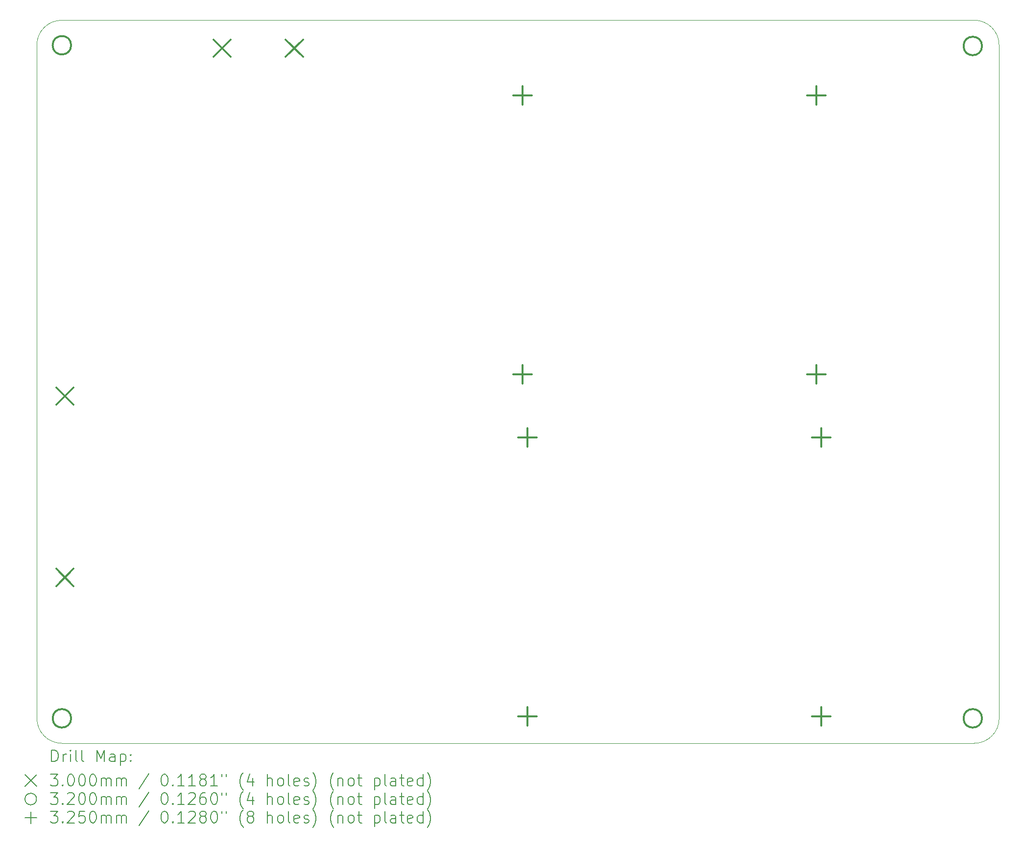
<source format=gbr>
%TF.GenerationSoftware,KiCad,Pcbnew,8.0.6*%
%TF.CreationDate,2025-02-10T15:47:37-08:00*%
%TF.ProjectId,Urban MC,55726261-6e20-44d4-932e-6b696361645f,rev?*%
%TF.SameCoordinates,Original*%
%TF.FileFunction,Drillmap*%
%TF.FilePolarity,Positive*%
%FSLAX45Y45*%
G04 Gerber Fmt 4.5, Leading zero omitted, Abs format (unit mm)*
G04 Created by KiCad (PCBNEW 8.0.6) date 2025-02-10 15:47:37*
%MOMM*%
%LPD*%
G01*
G04 APERTURE LIST*
%ADD10C,0.100000*%
%ADD11C,0.200000*%
%ADD12C,0.299999*%
%ADD13C,0.320000*%
%ADD14C,0.325000*%
G04 APERTURE END LIST*
D10*
X25908000Y-14935200D02*
X25906339Y-3287235D01*
X25474539Y-2855435D02*
G75*
G02*
X25906345Y-3287235I1J-431805D01*
G01*
X9269679Y-3288252D02*
X9271000Y-14935200D01*
X9702800Y-15367000D02*
G75*
G02*
X9271000Y-14935200I0J431800D01*
G01*
X25474539Y-2855435D02*
X9701479Y-2856452D01*
X9702800Y-15367000D02*
X25476200Y-15367000D01*
X9269679Y-3288252D02*
G75*
G02*
X9701479Y-2856449I431801J2D01*
G01*
X25908000Y-14935200D02*
G75*
G02*
X25476200Y-15367000I-431800J0D01*
G01*
D11*
D12*
X9603600Y-9209900D02*
X9903600Y-9509900D01*
X9903600Y-9209900D02*
X9603600Y-9509900D01*
X9603600Y-12346800D02*
X9903600Y-12646800D01*
X9903600Y-12346800D02*
X9603600Y-12646800D01*
X12321643Y-3190579D02*
X12621642Y-3490579D01*
X12621642Y-3190579D02*
X12321643Y-3490579D01*
X13570951Y-3191924D02*
X13870950Y-3491924D01*
X13870950Y-3191924D02*
X13570951Y-3491924D01*
D13*
X9862800Y-3289300D02*
G75*
G02*
X9542800Y-3289300I-160000J0D01*
G01*
X9542800Y-3289300D02*
G75*
G02*
X9862800Y-3289300I160000J0D01*
G01*
X9862800Y-14935200D02*
G75*
G02*
X9542800Y-14935200I-160000J0D01*
G01*
X9542800Y-14935200D02*
G75*
G02*
X9862800Y-14935200I160000J0D01*
G01*
X25610800Y-3302000D02*
G75*
G02*
X25290800Y-3302000I-160000J0D01*
G01*
X25290800Y-3302000D02*
G75*
G02*
X25610800Y-3302000I160000J0D01*
G01*
X25610800Y-14935200D02*
G75*
G02*
X25290800Y-14935200I-160000J0D01*
G01*
X25290800Y-14935200D02*
G75*
G02*
X25610800Y-14935200I160000J0D01*
G01*
D14*
X17668700Y-3994900D02*
X17668700Y-4319900D01*
X17506200Y-4157400D02*
X17831200Y-4157400D01*
X17668700Y-8820900D02*
X17668700Y-9145900D01*
X17506200Y-8983400D02*
X17831200Y-8983400D01*
X17750600Y-9911225D02*
X17750600Y-10236225D01*
X17588100Y-10073725D02*
X17913100Y-10073725D01*
X17750600Y-14737225D02*
X17750600Y-15062225D01*
X17588100Y-14899725D02*
X17913100Y-14899725D01*
X22748700Y-3994900D02*
X22748700Y-4319900D01*
X22586200Y-4157400D02*
X22911200Y-4157400D01*
X22748700Y-8820900D02*
X22748700Y-9145900D01*
X22586200Y-8983400D02*
X22911200Y-8983400D01*
X22830600Y-9911225D02*
X22830600Y-10236225D01*
X22668100Y-10073725D02*
X22993100Y-10073725D01*
X22830600Y-14737225D02*
X22830600Y-15062225D01*
X22668100Y-14899725D02*
X22993100Y-14899725D01*
D11*
X9525456Y-15683484D02*
X9525456Y-15483484D01*
X9525456Y-15483484D02*
X9573075Y-15483484D01*
X9573075Y-15483484D02*
X9601647Y-15493008D01*
X9601647Y-15493008D02*
X9620694Y-15512055D01*
X9620694Y-15512055D02*
X9630218Y-15531103D01*
X9630218Y-15531103D02*
X9639742Y-15569198D01*
X9639742Y-15569198D02*
X9639742Y-15597769D01*
X9639742Y-15597769D02*
X9630218Y-15635865D01*
X9630218Y-15635865D02*
X9620694Y-15654912D01*
X9620694Y-15654912D02*
X9601647Y-15673960D01*
X9601647Y-15673960D02*
X9573075Y-15683484D01*
X9573075Y-15683484D02*
X9525456Y-15683484D01*
X9725456Y-15683484D02*
X9725456Y-15550150D01*
X9725456Y-15588246D02*
X9734980Y-15569198D01*
X9734980Y-15569198D02*
X9744504Y-15559674D01*
X9744504Y-15559674D02*
X9763551Y-15550150D01*
X9763551Y-15550150D02*
X9782599Y-15550150D01*
X9849266Y-15683484D02*
X9849266Y-15550150D01*
X9849266Y-15483484D02*
X9839742Y-15493008D01*
X9839742Y-15493008D02*
X9849266Y-15502531D01*
X9849266Y-15502531D02*
X9858789Y-15493008D01*
X9858789Y-15493008D02*
X9849266Y-15483484D01*
X9849266Y-15483484D02*
X9849266Y-15502531D01*
X9973075Y-15683484D02*
X9954027Y-15673960D01*
X9954027Y-15673960D02*
X9944504Y-15654912D01*
X9944504Y-15654912D02*
X9944504Y-15483484D01*
X10077837Y-15683484D02*
X10058789Y-15673960D01*
X10058789Y-15673960D02*
X10049266Y-15654912D01*
X10049266Y-15654912D02*
X10049266Y-15483484D01*
X10306408Y-15683484D02*
X10306408Y-15483484D01*
X10306408Y-15483484D02*
X10373075Y-15626341D01*
X10373075Y-15626341D02*
X10439742Y-15483484D01*
X10439742Y-15483484D02*
X10439742Y-15683484D01*
X10620694Y-15683484D02*
X10620694Y-15578722D01*
X10620694Y-15578722D02*
X10611170Y-15559674D01*
X10611170Y-15559674D02*
X10592123Y-15550150D01*
X10592123Y-15550150D02*
X10554027Y-15550150D01*
X10554027Y-15550150D02*
X10534980Y-15559674D01*
X10620694Y-15673960D02*
X10601647Y-15683484D01*
X10601647Y-15683484D02*
X10554027Y-15683484D01*
X10554027Y-15683484D02*
X10534980Y-15673960D01*
X10534980Y-15673960D02*
X10525456Y-15654912D01*
X10525456Y-15654912D02*
X10525456Y-15635865D01*
X10525456Y-15635865D02*
X10534980Y-15616817D01*
X10534980Y-15616817D02*
X10554027Y-15607293D01*
X10554027Y-15607293D02*
X10601647Y-15607293D01*
X10601647Y-15607293D02*
X10620694Y-15597769D01*
X10715932Y-15550150D02*
X10715932Y-15750150D01*
X10715932Y-15559674D02*
X10734980Y-15550150D01*
X10734980Y-15550150D02*
X10773075Y-15550150D01*
X10773075Y-15550150D02*
X10792123Y-15559674D01*
X10792123Y-15559674D02*
X10801647Y-15569198D01*
X10801647Y-15569198D02*
X10811170Y-15588246D01*
X10811170Y-15588246D02*
X10811170Y-15645388D01*
X10811170Y-15645388D02*
X10801647Y-15664436D01*
X10801647Y-15664436D02*
X10792123Y-15673960D01*
X10792123Y-15673960D02*
X10773075Y-15683484D01*
X10773075Y-15683484D02*
X10734980Y-15683484D01*
X10734980Y-15683484D02*
X10715932Y-15673960D01*
X10896885Y-15664436D02*
X10906408Y-15673960D01*
X10906408Y-15673960D02*
X10896885Y-15683484D01*
X10896885Y-15683484D02*
X10887361Y-15673960D01*
X10887361Y-15673960D02*
X10896885Y-15664436D01*
X10896885Y-15664436D02*
X10896885Y-15683484D01*
X10896885Y-15559674D02*
X10906408Y-15569198D01*
X10906408Y-15569198D02*
X10896885Y-15578722D01*
X10896885Y-15578722D02*
X10887361Y-15569198D01*
X10887361Y-15569198D02*
X10896885Y-15559674D01*
X10896885Y-15559674D02*
X10896885Y-15578722D01*
X9064679Y-15912000D02*
X9264679Y-16112000D01*
X9264679Y-15912000D02*
X9064679Y-16112000D01*
X9506408Y-15903484D02*
X9630218Y-15903484D01*
X9630218Y-15903484D02*
X9563551Y-15979674D01*
X9563551Y-15979674D02*
X9592123Y-15979674D01*
X9592123Y-15979674D02*
X9611170Y-15989198D01*
X9611170Y-15989198D02*
X9620694Y-15998722D01*
X9620694Y-15998722D02*
X9630218Y-16017769D01*
X9630218Y-16017769D02*
X9630218Y-16065388D01*
X9630218Y-16065388D02*
X9620694Y-16084436D01*
X9620694Y-16084436D02*
X9611170Y-16093960D01*
X9611170Y-16093960D02*
X9592123Y-16103484D01*
X9592123Y-16103484D02*
X9534980Y-16103484D01*
X9534980Y-16103484D02*
X9515932Y-16093960D01*
X9515932Y-16093960D02*
X9506408Y-16084436D01*
X9715932Y-16084436D02*
X9725456Y-16093960D01*
X9725456Y-16093960D02*
X9715932Y-16103484D01*
X9715932Y-16103484D02*
X9706408Y-16093960D01*
X9706408Y-16093960D02*
X9715932Y-16084436D01*
X9715932Y-16084436D02*
X9715932Y-16103484D01*
X9849266Y-15903484D02*
X9868313Y-15903484D01*
X9868313Y-15903484D02*
X9887361Y-15913008D01*
X9887361Y-15913008D02*
X9896885Y-15922531D01*
X9896885Y-15922531D02*
X9906408Y-15941579D01*
X9906408Y-15941579D02*
X9915932Y-15979674D01*
X9915932Y-15979674D02*
X9915932Y-16027293D01*
X9915932Y-16027293D02*
X9906408Y-16065388D01*
X9906408Y-16065388D02*
X9896885Y-16084436D01*
X9896885Y-16084436D02*
X9887361Y-16093960D01*
X9887361Y-16093960D02*
X9868313Y-16103484D01*
X9868313Y-16103484D02*
X9849266Y-16103484D01*
X9849266Y-16103484D02*
X9830218Y-16093960D01*
X9830218Y-16093960D02*
X9820694Y-16084436D01*
X9820694Y-16084436D02*
X9811170Y-16065388D01*
X9811170Y-16065388D02*
X9801647Y-16027293D01*
X9801647Y-16027293D02*
X9801647Y-15979674D01*
X9801647Y-15979674D02*
X9811170Y-15941579D01*
X9811170Y-15941579D02*
X9820694Y-15922531D01*
X9820694Y-15922531D02*
X9830218Y-15913008D01*
X9830218Y-15913008D02*
X9849266Y-15903484D01*
X10039742Y-15903484D02*
X10058789Y-15903484D01*
X10058789Y-15903484D02*
X10077837Y-15913008D01*
X10077837Y-15913008D02*
X10087361Y-15922531D01*
X10087361Y-15922531D02*
X10096885Y-15941579D01*
X10096885Y-15941579D02*
X10106408Y-15979674D01*
X10106408Y-15979674D02*
X10106408Y-16027293D01*
X10106408Y-16027293D02*
X10096885Y-16065388D01*
X10096885Y-16065388D02*
X10087361Y-16084436D01*
X10087361Y-16084436D02*
X10077837Y-16093960D01*
X10077837Y-16093960D02*
X10058789Y-16103484D01*
X10058789Y-16103484D02*
X10039742Y-16103484D01*
X10039742Y-16103484D02*
X10020694Y-16093960D01*
X10020694Y-16093960D02*
X10011170Y-16084436D01*
X10011170Y-16084436D02*
X10001647Y-16065388D01*
X10001647Y-16065388D02*
X9992123Y-16027293D01*
X9992123Y-16027293D02*
X9992123Y-15979674D01*
X9992123Y-15979674D02*
X10001647Y-15941579D01*
X10001647Y-15941579D02*
X10011170Y-15922531D01*
X10011170Y-15922531D02*
X10020694Y-15913008D01*
X10020694Y-15913008D02*
X10039742Y-15903484D01*
X10230218Y-15903484D02*
X10249266Y-15903484D01*
X10249266Y-15903484D02*
X10268313Y-15913008D01*
X10268313Y-15913008D02*
X10277837Y-15922531D01*
X10277837Y-15922531D02*
X10287361Y-15941579D01*
X10287361Y-15941579D02*
X10296885Y-15979674D01*
X10296885Y-15979674D02*
X10296885Y-16027293D01*
X10296885Y-16027293D02*
X10287361Y-16065388D01*
X10287361Y-16065388D02*
X10277837Y-16084436D01*
X10277837Y-16084436D02*
X10268313Y-16093960D01*
X10268313Y-16093960D02*
X10249266Y-16103484D01*
X10249266Y-16103484D02*
X10230218Y-16103484D01*
X10230218Y-16103484D02*
X10211170Y-16093960D01*
X10211170Y-16093960D02*
X10201647Y-16084436D01*
X10201647Y-16084436D02*
X10192123Y-16065388D01*
X10192123Y-16065388D02*
X10182599Y-16027293D01*
X10182599Y-16027293D02*
X10182599Y-15979674D01*
X10182599Y-15979674D02*
X10192123Y-15941579D01*
X10192123Y-15941579D02*
X10201647Y-15922531D01*
X10201647Y-15922531D02*
X10211170Y-15913008D01*
X10211170Y-15913008D02*
X10230218Y-15903484D01*
X10382599Y-16103484D02*
X10382599Y-15970150D01*
X10382599Y-15989198D02*
X10392123Y-15979674D01*
X10392123Y-15979674D02*
X10411170Y-15970150D01*
X10411170Y-15970150D02*
X10439742Y-15970150D01*
X10439742Y-15970150D02*
X10458789Y-15979674D01*
X10458789Y-15979674D02*
X10468313Y-15998722D01*
X10468313Y-15998722D02*
X10468313Y-16103484D01*
X10468313Y-15998722D02*
X10477837Y-15979674D01*
X10477837Y-15979674D02*
X10496885Y-15970150D01*
X10496885Y-15970150D02*
X10525456Y-15970150D01*
X10525456Y-15970150D02*
X10544504Y-15979674D01*
X10544504Y-15979674D02*
X10554028Y-15998722D01*
X10554028Y-15998722D02*
X10554028Y-16103484D01*
X10649266Y-16103484D02*
X10649266Y-15970150D01*
X10649266Y-15989198D02*
X10658789Y-15979674D01*
X10658789Y-15979674D02*
X10677837Y-15970150D01*
X10677837Y-15970150D02*
X10706409Y-15970150D01*
X10706409Y-15970150D02*
X10725456Y-15979674D01*
X10725456Y-15979674D02*
X10734980Y-15998722D01*
X10734980Y-15998722D02*
X10734980Y-16103484D01*
X10734980Y-15998722D02*
X10744504Y-15979674D01*
X10744504Y-15979674D02*
X10763551Y-15970150D01*
X10763551Y-15970150D02*
X10792123Y-15970150D01*
X10792123Y-15970150D02*
X10811170Y-15979674D01*
X10811170Y-15979674D02*
X10820694Y-15998722D01*
X10820694Y-15998722D02*
X10820694Y-16103484D01*
X11211170Y-15893960D02*
X11039742Y-16151103D01*
X11468313Y-15903484D02*
X11487361Y-15903484D01*
X11487361Y-15903484D02*
X11506409Y-15913008D01*
X11506409Y-15913008D02*
X11515932Y-15922531D01*
X11515932Y-15922531D02*
X11525456Y-15941579D01*
X11525456Y-15941579D02*
X11534980Y-15979674D01*
X11534980Y-15979674D02*
X11534980Y-16027293D01*
X11534980Y-16027293D02*
X11525456Y-16065388D01*
X11525456Y-16065388D02*
X11515932Y-16084436D01*
X11515932Y-16084436D02*
X11506409Y-16093960D01*
X11506409Y-16093960D02*
X11487361Y-16103484D01*
X11487361Y-16103484D02*
X11468313Y-16103484D01*
X11468313Y-16103484D02*
X11449266Y-16093960D01*
X11449266Y-16093960D02*
X11439742Y-16084436D01*
X11439742Y-16084436D02*
X11430218Y-16065388D01*
X11430218Y-16065388D02*
X11420694Y-16027293D01*
X11420694Y-16027293D02*
X11420694Y-15979674D01*
X11420694Y-15979674D02*
X11430218Y-15941579D01*
X11430218Y-15941579D02*
X11439742Y-15922531D01*
X11439742Y-15922531D02*
X11449266Y-15913008D01*
X11449266Y-15913008D02*
X11468313Y-15903484D01*
X11620694Y-16084436D02*
X11630218Y-16093960D01*
X11630218Y-16093960D02*
X11620694Y-16103484D01*
X11620694Y-16103484D02*
X11611170Y-16093960D01*
X11611170Y-16093960D02*
X11620694Y-16084436D01*
X11620694Y-16084436D02*
X11620694Y-16103484D01*
X11820694Y-16103484D02*
X11706409Y-16103484D01*
X11763551Y-16103484D02*
X11763551Y-15903484D01*
X11763551Y-15903484D02*
X11744504Y-15932055D01*
X11744504Y-15932055D02*
X11725456Y-15951103D01*
X11725456Y-15951103D02*
X11706409Y-15960627D01*
X12011170Y-16103484D02*
X11896885Y-16103484D01*
X11954028Y-16103484D02*
X11954028Y-15903484D01*
X11954028Y-15903484D02*
X11934980Y-15932055D01*
X11934980Y-15932055D02*
X11915932Y-15951103D01*
X11915932Y-15951103D02*
X11896885Y-15960627D01*
X12125456Y-15989198D02*
X12106409Y-15979674D01*
X12106409Y-15979674D02*
X12096885Y-15970150D01*
X12096885Y-15970150D02*
X12087361Y-15951103D01*
X12087361Y-15951103D02*
X12087361Y-15941579D01*
X12087361Y-15941579D02*
X12096885Y-15922531D01*
X12096885Y-15922531D02*
X12106409Y-15913008D01*
X12106409Y-15913008D02*
X12125456Y-15903484D01*
X12125456Y-15903484D02*
X12163551Y-15903484D01*
X12163551Y-15903484D02*
X12182599Y-15913008D01*
X12182599Y-15913008D02*
X12192123Y-15922531D01*
X12192123Y-15922531D02*
X12201647Y-15941579D01*
X12201647Y-15941579D02*
X12201647Y-15951103D01*
X12201647Y-15951103D02*
X12192123Y-15970150D01*
X12192123Y-15970150D02*
X12182599Y-15979674D01*
X12182599Y-15979674D02*
X12163551Y-15989198D01*
X12163551Y-15989198D02*
X12125456Y-15989198D01*
X12125456Y-15989198D02*
X12106409Y-15998722D01*
X12106409Y-15998722D02*
X12096885Y-16008246D01*
X12096885Y-16008246D02*
X12087361Y-16027293D01*
X12087361Y-16027293D02*
X12087361Y-16065388D01*
X12087361Y-16065388D02*
X12096885Y-16084436D01*
X12096885Y-16084436D02*
X12106409Y-16093960D01*
X12106409Y-16093960D02*
X12125456Y-16103484D01*
X12125456Y-16103484D02*
X12163551Y-16103484D01*
X12163551Y-16103484D02*
X12182599Y-16093960D01*
X12182599Y-16093960D02*
X12192123Y-16084436D01*
X12192123Y-16084436D02*
X12201647Y-16065388D01*
X12201647Y-16065388D02*
X12201647Y-16027293D01*
X12201647Y-16027293D02*
X12192123Y-16008246D01*
X12192123Y-16008246D02*
X12182599Y-15998722D01*
X12182599Y-15998722D02*
X12163551Y-15989198D01*
X12392123Y-16103484D02*
X12277837Y-16103484D01*
X12334980Y-16103484D02*
X12334980Y-15903484D01*
X12334980Y-15903484D02*
X12315932Y-15932055D01*
X12315932Y-15932055D02*
X12296885Y-15951103D01*
X12296885Y-15951103D02*
X12277837Y-15960627D01*
X12468313Y-15903484D02*
X12468313Y-15941579D01*
X12544504Y-15903484D02*
X12544504Y-15941579D01*
X12839742Y-16179674D02*
X12830218Y-16170150D01*
X12830218Y-16170150D02*
X12811171Y-16141579D01*
X12811171Y-16141579D02*
X12801647Y-16122531D01*
X12801647Y-16122531D02*
X12792123Y-16093960D01*
X12792123Y-16093960D02*
X12782599Y-16046341D01*
X12782599Y-16046341D02*
X12782599Y-16008246D01*
X12782599Y-16008246D02*
X12792123Y-15960627D01*
X12792123Y-15960627D02*
X12801647Y-15932055D01*
X12801647Y-15932055D02*
X12811171Y-15913008D01*
X12811171Y-15913008D02*
X12830218Y-15884436D01*
X12830218Y-15884436D02*
X12839742Y-15874912D01*
X13001647Y-15970150D02*
X13001647Y-16103484D01*
X12954028Y-15893960D02*
X12906409Y-16036817D01*
X12906409Y-16036817D02*
X13030218Y-16036817D01*
X13258790Y-16103484D02*
X13258790Y-15903484D01*
X13344504Y-16103484D02*
X13344504Y-15998722D01*
X13344504Y-15998722D02*
X13334980Y-15979674D01*
X13334980Y-15979674D02*
X13315933Y-15970150D01*
X13315933Y-15970150D02*
X13287361Y-15970150D01*
X13287361Y-15970150D02*
X13268313Y-15979674D01*
X13268313Y-15979674D02*
X13258790Y-15989198D01*
X13468313Y-16103484D02*
X13449266Y-16093960D01*
X13449266Y-16093960D02*
X13439742Y-16084436D01*
X13439742Y-16084436D02*
X13430218Y-16065388D01*
X13430218Y-16065388D02*
X13430218Y-16008246D01*
X13430218Y-16008246D02*
X13439742Y-15989198D01*
X13439742Y-15989198D02*
X13449266Y-15979674D01*
X13449266Y-15979674D02*
X13468313Y-15970150D01*
X13468313Y-15970150D02*
X13496885Y-15970150D01*
X13496885Y-15970150D02*
X13515933Y-15979674D01*
X13515933Y-15979674D02*
X13525456Y-15989198D01*
X13525456Y-15989198D02*
X13534980Y-16008246D01*
X13534980Y-16008246D02*
X13534980Y-16065388D01*
X13534980Y-16065388D02*
X13525456Y-16084436D01*
X13525456Y-16084436D02*
X13515933Y-16093960D01*
X13515933Y-16093960D02*
X13496885Y-16103484D01*
X13496885Y-16103484D02*
X13468313Y-16103484D01*
X13649266Y-16103484D02*
X13630218Y-16093960D01*
X13630218Y-16093960D02*
X13620694Y-16074912D01*
X13620694Y-16074912D02*
X13620694Y-15903484D01*
X13801647Y-16093960D02*
X13782599Y-16103484D01*
X13782599Y-16103484D02*
X13744504Y-16103484D01*
X13744504Y-16103484D02*
X13725456Y-16093960D01*
X13725456Y-16093960D02*
X13715933Y-16074912D01*
X13715933Y-16074912D02*
X13715933Y-15998722D01*
X13715933Y-15998722D02*
X13725456Y-15979674D01*
X13725456Y-15979674D02*
X13744504Y-15970150D01*
X13744504Y-15970150D02*
X13782599Y-15970150D01*
X13782599Y-15970150D02*
X13801647Y-15979674D01*
X13801647Y-15979674D02*
X13811171Y-15998722D01*
X13811171Y-15998722D02*
X13811171Y-16017769D01*
X13811171Y-16017769D02*
X13715933Y-16036817D01*
X13887361Y-16093960D02*
X13906409Y-16103484D01*
X13906409Y-16103484D02*
X13944504Y-16103484D01*
X13944504Y-16103484D02*
X13963552Y-16093960D01*
X13963552Y-16093960D02*
X13973075Y-16074912D01*
X13973075Y-16074912D02*
X13973075Y-16065388D01*
X13973075Y-16065388D02*
X13963552Y-16046341D01*
X13963552Y-16046341D02*
X13944504Y-16036817D01*
X13944504Y-16036817D02*
X13915933Y-16036817D01*
X13915933Y-16036817D02*
X13896885Y-16027293D01*
X13896885Y-16027293D02*
X13887361Y-16008246D01*
X13887361Y-16008246D02*
X13887361Y-15998722D01*
X13887361Y-15998722D02*
X13896885Y-15979674D01*
X13896885Y-15979674D02*
X13915933Y-15970150D01*
X13915933Y-15970150D02*
X13944504Y-15970150D01*
X13944504Y-15970150D02*
X13963552Y-15979674D01*
X14039742Y-16179674D02*
X14049266Y-16170150D01*
X14049266Y-16170150D02*
X14068314Y-16141579D01*
X14068314Y-16141579D02*
X14077837Y-16122531D01*
X14077837Y-16122531D02*
X14087361Y-16093960D01*
X14087361Y-16093960D02*
X14096885Y-16046341D01*
X14096885Y-16046341D02*
X14096885Y-16008246D01*
X14096885Y-16008246D02*
X14087361Y-15960627D01*
X14087361Y-15960627D02*
X14077837Y-15932055D01*
X14077837Y-15932055D02*
X14068314Y-15913008D01*
X14068314Y-15913008D02*
X14049266Y-15884436D01*
X14049266Y-15884436D02*
X14039742Y-15874912D01*
X14401647Y-16179674D02*
X14392123Y-16170150D01*
X14392123Y-16170150D02*
X14373075Y-16141579D01*
X14373075Y-16141579D02*
X14363552Y-16122531D01*
X14363552Y-16122531D02*
X14354028Y-16093960D01*
X14354028Y-16093960D02*
X14344504Y-16046341D01*
X14344504Y-16046341D02*
X14344504Y-16008246D01*
X14344504Y-16008246D02*
X14354028Y-15960627D01*
X14354028Y-15960627D02*
X14363552Y-15932055D01*
X14363552Y-15932055D02*
X14373075Y-15913008D01*
X14373075Y-15913008D02*
X14392123Y-15884436D01*
X14392123Y-15884436D02*
X14401647Y-15874912D01*
X14477837Y-15970150D02*
X14477837Y-16103484D01*
X14477837Y-15989198D02*
X14487361Y-15979674D01*
X14487361Y-15979674D02*
X14506409Y-15970150D01*
X14506409Y-15970150D02*
X14534980Y-15970150D01*
X14534980Y-15970150D02*
X14554028Y-15979674D01*
X14554028Y-15979674D02*
X14563552Y-15998722D01*
X14563552Y-15998722D02*
X14563552Y-16103484D01*
X14687361Y-16103484D02*
X14668314Y-16093960D01*
X14668314Y-16093960D02*
X14658790Y-16084436D01*
X14658790Y-16084436D02*
X14649266Y-16065388D01*
X14649266Y-16065388D02*
X14649266Y-16008246D01*
X14649266Y-16008246D02*
X14658790Y-15989198D01*
X14658790Y-15989198D02*
X14668314Y-15979674D01*
X14668314Y-15979674D02*
X14687361Y-15970150D01*
X14687361Y-15970150D02*
X14715933Y-15970150D01*
X14715933Y-15970150D02*
X14734980Y-15979674D01*
X14734980Y-15979674D02*
X14744504Y-15989198D01*
X14744504Y-15989198D02*
X14754028Y-16008246D01*
X14754028Y-16008246D02*
X14754028Y-16065388D01*
X14754028Y-16065388D02*
X14744504Y-16084436D01*
X14744504Y-16084436D02*
X14734980Y-16093960D01*
X14734980Y-16093960D02*
X14715933Y-16103484D01*
X14715933Y-16103484D02*
X14687361Y-16103484D01*
X14811171Y-15970150D02*
X14887361Y-15970150D01*
X14839742Y-15903484D02*
X14839742Y-16074912D01*
X14839742Y-16074912D02*
X14849266Y-16093960D01*
X14849266Y-16093960D02*
X14868314Y-16103484D01*
X14868314Y-16103484D02*
X14887361Y-16103484D01*
X15106409Y-15970150D02*
X15106409Y-16170150D01*
X15106409Y-15979674D02*
X15125456Y-15970150D01*
X15125456Y-15970150D02*
X15163552Y-15970150D01*
X15163552Y-15970150D02*
X15182599Y-15979674D01*
X15182599Y-15979674D02*
X15192123Y-15989198D01*
X15192123Y-15989198D02*
X15201647Y-16008246D01*
X15201647Y-16008246D02*
X15201647Y-16065388D01*
X15201647Y-16065388D02*
X15192123Y-16084436D01*
X15192123Y-16084436D02*
X15182599Y-16093960D01*
X15182599Y-16093960D02*
X15163552Y-16103484D01*
X15163552Y-16103484D02*
X15125456Y-16103484D01*
X15125456Y-16103484D02*
X15106409Y-16093960D01*
X15315933Y-16103484D02*
X15296885Y-16093960D01*
X15296885Y-16093960D02*
X15287361Y-16074912D01*
X15287361Y-16074912D02*
X15287361Y-15903484D01*
X15477837Y-16103484D02*
X15477837Y-15998722D01*
X15477837Y-15998722D02*
X15468314Y-15979674D01*
X15468314Y-15979674D02*
X15449266Y-15970150D01*
X15449266Y-15970150D02*
X15411171Y-15970150D01*
X15411171Y-15970150D02*
X15392123Y-15979674D01*
X15477837Y-16093960D02*
X15458790Y-16103484D01*
X15458790Y-16103484D02*
X15411171Y-16103484D01*
X15411171Y-16103484D02*
X15392123Y-16093960D01*
X15392123Y-16093960D02*
X15382599Y-16074912D01*
X15382599Y-16074912D02*
X15382599Y-16055865D01*
X15382599Y-16055865D02*
X15392123Y-16036817D01*
X15392123Y-16036817D02*
X15411171Y-16027293D01*
X15411171Y-16027293D02*
X15458790Y-16027293D01*
X15458790Y-16027293D02*
X15477837Y-16017769D01*
X15544504Y-15970150D02*
X15620695Y-15970150D01*
X15573076Y-15903484D02*
X15573076Y-16074912D01*
X15573076Y-16074912D02*
X15582599Y-16093960D01*
X15582599Y-16093960D02*
X15601647Y-16103484D01*
X15601647Y-16103484D02*
X15620695Y-16103484D01*
X15763552Y-16093960D02*
X15744504Y-16103484D01*
X15744504Y-16103484D02*
X15706409Y-16103484D01*
X15706409Y-16103484D02*
X15687361Y-16093960D01*
X15687361Y-16093960D02*
X15677837Y-16074912D01*
X15677837Y-16074912D02*
X15677837Y-15998722D01*
X15677837Y-15998722D02*
X15687361Y-15979674D01*
X15687361Y-15979674D02*
X15706409Y-15970150D01*
X15706409Y-15970150D02*
X15744504Y-15970150D01*
X15744504Y-15970150D02*
X15763552Y-15979674D01*
X15763552Y-15979674D02*
X15773076Y-15998722D01*
X15773076Y-15998722D02*
X15773076Y-16017769D01*
X15773076Y-16017769D02*
X15677837Y-16036817D01*
X15944504Y-16103484D02*
X15944504Y-15903484D01*
X15944504Y-16093960D02*
X15925457Y-16103484D01*
X15925457Y-16103484D02*
X15887361Y-16103484D01*
X15887361Y-16103484D02*
X15868314Y-16093960D01*
X15868314Y-16093960D02*
X15858790Y-16084436D01*
X15858790Y-16084436D02*
X15849266Y-16065388D01*
X15849266Y-16065388D02*
X15849266Y-16008246D01*
X15849266Y-16008246D02*
X15858790Y-15989198D01*
X15858790Y-15989198D02*
X15868314Y-15979674D01*
X15868314Y-15979674D02*
X15887361Y-15970150D01*
X15887361Y-15970150D02*
X15925457Y-15970150D01*
X15925457Y-15970150D02*
X15944504Y-15979674D01*
X16020695Y-16179674D02*
X16030218Y-16170150D01*
X16030218Y-16170150D02*
X16049266Y-16141579D01*
X16049266Y-16141579D02*
X16058790Y-16122531D01*
X16058790Y-16122531D02*
X16068314Y-16093960D01*
X16068314Y-16093960D02*
X16077837Y-16046341D01*
X16077837Y-16046341D02*
X16077837Y-16008246D01*
X16077837Y-16008246D02*
X16068314Y-15960627D01*
X16068314Y-15960627D02*
X16058790Y-15932055D01*
X16058790Y-15932055D02*
X16049266Y-15913008D01*
X16049266Y-15913008D02*
X16030218Y-15884436D01*
X16030218Y-15884436D02*
X16020695Y-15874912D01*
X9264679Y-16332000D02*
G75*
G02*
X9064679Y-16332000I-100000J0D01*
G01*
X9064679Y-16332000D02*
G75*
G02*
X9264679Y-16332000I100000J0D01*
G01*
X9506408Y-16223484D02*
X9630218Y-16223484D01*
X9630218Y-16223484D02*
X9563551Y-16299674D01*
X9563551Y-16299674D02*
X9592123Y-16299674D01*
X9592123Y-16299674D02*
X9611170Y-16309198D01*
X9611170Y-16309198D02*
X9620694Y-16318722D01*
X9620694Y-16318722D02*
X9630218Y-16337769D01*
X9630218Y-16337769D02*
X9630218Y-16385388D01*
X9630218Y-16385388D02*
X9620694Y-16404436D01*
X9620694Y-16404436D02*
X9611170Y-16413960D01*
X9611170Y-16413960D02*
X9592123Y-16423484D01*
X9592123Y-16423484D02*
X9534980Y-16423484D01*
X9534980Y-16423484D02*
X9515932Y-16413960D01*
X9515932Y-16413960D02*
X9506408Y-16404436D01*
X9715932Y-16404436D02*
X9725456Y-16413960D01*
X9725456Y-16413960D02*
X9715932Y-16423484D01*
X9715932Y-16423484D02*
X9706408Y-16413960D01*
X9706408Y-16413960D02*
X9715932Y-16404436D01*
X9715932Y-16404436D02*
X9715932Y-16423484D01*
X9801647Y-16242531D02*
X9811170Y-16233008D01*
X9811170Y-16233008D02*
X9830218Y-16223484D01*
X9830218Y-16223484D02*
X9877837Y-16223484D01*
X9877837Y-16223484D02*
X9896885Y-16233008D01*
X9896885Y-16233008D02*
X9906408Y-16242531D01*
X9906408Y-16242531D02*
X9915932Y-16261579D01*
X9915932Y-16261579D02*
X9915932Y-16280627D01*
X9915932Y-16280627D02*
X9906408Y-16309198D01*
X9906408Y-16309198D02*
X9792123Y-16423484D01*
X9792123Y-16423484D02*
X9915932Y-16423484D01*
X10039742Y-16223484D02*
X10058789Y-16223484D01*
X10058789Y-16223484D02*
X10077837Y-16233008D01*
X10077837Y-16233008D02*
X10087361Y-16242531D01*
X10087361Y-16242531D02*
X10096885Y-16261579D01*
X10096885Y-16261579D02*
X10106408Y-16299674D01*
X10106408Y-16299674D02*
X10106408Y-16347293D01*
X10106408Y-16347293D02*
X10096885Y-16385388D01*
X10096885Y-16385388D02*
X10087361Y-16404436D01*
X10087361Y-16404436D02*
X10077837Y-16413960D01*
X10077837Y-16413960D02*
X10058789Y-16423484D01*
X10058789Y-16423484D02*
X10039742Y-16423484D01*
X10039742Y-16423484D02*
X10020694Y-16413960D01*
X10020694Y-16413960D02*
X10011170Y-16404436D01*
X10011170Y-16404436D02*
X10001647Y-16385388D01*
X10001647Y-16385388D02*
X9992123Y-16347293D01*
X9992123Y-16347293D02*
X9992123Y-16299674D01*
X9992123Y-16299674D02*
X10001647Y-16261579D01*
X10001647Y-16261579D02*
X10011170Y-16242531D01*
X10011170Y-16242531D02*
X10020694Y-16233008D01*
X10020694Y-16233008D02*
X10039742Y-16223484D01*
X10230218Y-16223484D02*
X10249266Y-16223484D01*
X10249266Y-16223484D02*
X10268313Y-16233008D01*
X10268313Y-16233008D02*
X10277837Y-16242531D01*
X10277837Y-16242531D02*
X10287361Y-16261579D01*
X10287361Y-16261579D02*
X10296885Y-16299674D01*
X10296885Y-16299674D02*
X10296885Y-16347293D01*
X10296885Y-16347293D02*
X10287361Y-16385388D01*
X10287361Y-16385388D02*
X10277837Y-16404436D01*
X10277837Y-16404436D02*
X10268313Y-16413960D01*
X10268313Y-16413960D02*
X10249266Y-16423484D01*
X10249266Y-16423484D02*
X10230218Y-16423484D01*
X10230218Y-16423484D02*
X10211170Y-16413960D01*
X10211170Y-16413960D02*
X10201647Y-16404436D01*
X10201647Y-16404436D02*
X10192123Y-16385388D01*
X10192123Y-16385388D02*
X10182599Y-16347293D01*
X10182599Y-16347293D02*
X10182599Y-16299674D01*
X10182599Y-16299674D02*
X10192123Y-16261579D01*
X10192123Y-16261579D02*
X10201647Y-16242531D01*
X10201647Y-16242531D02*
X10211170Y-16233008D01*
X10211170Y-16233008D02*
X10230218Y-16223484D01*
X10382599Y-16423484D02*
X10382599Y-16290150D01*
X10382599Y-16309198D02*
X10392123Y-16299674D01*
X10392123Y-16299674D02*
X10411170Y-16290150D01*
X10411170Y-16290150D02*
X10439742Y-16290150D01*
X10439742Y-16290150D02*
X10458789Y-16299674D01*
X10458789Y-16299674D02*
X10468313Y-16318722D01*
X10468313Y-16318722D02*
X10468313Y-16423484D01*
X10468313Y-16318722D02*
X10477837Y-16299674D01*
X10477837Y-16299674D02*
X10496885Y-16290150D01*
X10496885Y-16290150D02*
X10525456Y-16290150D01*
X10525456Y-16290150D02*
X10544504Y-16299674D01*
X10544504Y-16299674D02*
X10554028Y-16318722D01*
X10554028Y-16318722D02*
X10554028Y-16423484D01*
X10649266Y-16423484D02*
X10649266Y-16290150D01*
X10649266Y-16309198D02*
X10658789Y-16299674D01*
X10658789Y-16299674D02*
X10677837Y-16290150D01*
X10677837Y-16290150D02*
X10706409Y-16290150D01*
X10706409Y-16290150D02*
X10725456Y-16299674D01*
X10725456Y-16299674D02*
X10734980Y-16318722D01*
X10734980Y-16318722D02*
X10734980Y-16423484D01*
X10734980Y-16318722D02*
X10744504Y-16299674D01*
X10744504Y-16299674D02*
X10763551Y-16290150D01*
X10763551Y-16290150D02*
X10792123Y-16290150D01*
X10792123Y-16290150D02*
X10811170Y-16299674D01*
X10811170Y-16299674D02*
X10820694Y-16318722D01*
X10820694Y-16318722D02*
X10820694Y-16423484D01*
X11211170Y-16213960D02*
X11039742Y-16471103D01*
X11468313Y-16223484D02*
X11487361Y-16223484D01*
X11487361Y-16223484D02*
X11506409Y-16233008D01*
X11506409Y-16233008D02*
X11515932Y-16242531D01*
X11515932Y-16242531D02*
X11525456Y-16261579D01*
X11525456Y-16261579D02*
X11534980Y-16299674D01*
X11534980Y-16299674D02*
X11534980Y-16347293D01*
X11534980Y-16347293D02*
X11525456Y-16385388D01*
X11525456Y-16385388D02*
X11515932Y-16404436D01*
X11515932Y-16404436D02*
X11506409Y-16413960D01*
X11506409Y-16413960D02*
X11487361Y-16423484D01*
X11487361Y-16423484D02*
X11468313Y-16423484D01*
X11468313Y-16423484D02*
X11449266Y-16413960D01*
X11449266Y-16413960D02*
X11439742Y-16404436D01*
X11439742Y-16404436D02*
X11430218Y-16385388D01*
X11430218Y-16385388D02*
X11420694Y-16347293D01*
X11420694Y-16347293D02*
X11420694Y-16299674D01*
X11420694Y-16299674D02*
X11430218Y-16261579D01*
X11430218Y-16261579D02*
X11439742Y-16242531D01*
X11439742Y-16242531D02*
X11449266Y-16233008D01*
X11449266Y-16233008D02*
X11468313Y-16223484D01*
X11620694Y-16404436D02*
X11630218Y-16413960D01*
X11630218Y-16413960D02*
X11620694Y-16423484D01*
X11620694Y-16423484D02*
X11611170Y-16413960D01*
X11611170Y-16413960D02*
X11620694Y-16404436D01*
X11620694Y-16404436D02*
X11620694Y-16423484D01*
X11820694Y-16423484D02*
X11706409Y-16423484D01*
X11763551Y-16423484D02*
X11763551Y-16223484D01*
X11763551Y-16223484D02*
X11744504Y-16252055D01*
X11744504Y-16252055D02*
X11725456Y-16271103D01*
X11725456Y-16271103D02*
X11706409Y-16280627D01*
X11896885Y-16242531D02*
X11906409Y-16233008D01*
X11906409Y-16233008D02*
X11925456Y-16223484D01*
X11925456Y-16223484D02*
X11973075Y-16223484D01*
X11973075Y-16223484D02*
X11992123Y-16233008D01*
X11992123Y-16233008D02*
X12001647Y-16242531D01*
X12001647Y-16242531D02*
X12011170Y-16261579D01*
X12011170Y-16261579D02*
X12011170Y-16280627D01*
X12011170Y-16280627D02*
X12001647Y-16309198D01*
X12001647Y-16309198D02*
X11887361Y-16423484D01*
X11887361Y-16423484D02*
X12011170Y-16423484D01*
X12182599Y-16223484D02*
X12144504Y-16223484D01*
X12144504Y-16223484D02*
X12125456Y-16233008D01*
X12125456Y-16233008D02*
X12115932Y-16242531D01*
X12115932Y-16242531D02*
X12096885Y-16271103D01*
X12096885Y-16271103D02*
X12087361Y-16309198D01*
X12087361Y-16309198D02*
X12087361Y-16385388D01*
X12087361Y-16385388D02*
X12096885Y-16404436D01*
X12096885Y-16404436D02*
X12106409Y-16413960D01*
X12106409Y-16413960D02*
X12125456Y-16423484D01*
X12125456Y-16423484D02*
X12163551Y-16423484D01*
X12163551Y-16423484D02*
X12182599Y-16413960D01*
X12182599Y-16413960D02*
X12192123Y-16404436D01*
X12192123Y-16404436D02*
X12201647Y-16385388D01*
X12201647Y-16385388D02*
X12201647Y-16337769D01*
X12201647Y-16337769D02*
X12192123Y-16318722D01*
X12192123Y-16318722D02*
X12182599Y-16309198D01*
X12182599Y-16309198D02*
X12163551Y-16299674D01*
X12163551Y-16299674D02*
X12125456Y-16299674D01*
X12125456Y-16299674D02*
X12106409Y-16309198D01*
X12106409Y-16309198D02*
X12096885Y-16318722D01*
X12096885Y-16318722D02*
X12087361Y-16337769D01*
X12325456Y-16223484D02*
X12344504Y-16223484D01*
X12344504Y-16223484D02*
X12363551Y-16233008D01*
X12363551Y-16233008D02*
X12373075Y-16242531D01*
X12373075Y-16242531D02*
X12382599Y-16261579D01*
X12382599Y-16261579D02*
X12392123Y-16299674D01*
X12392123Y-16299674D02*
X12392123Y-16347293D01*
X12392123Y-16347293D02*
X12382599Y-16385388D01*
X12382599Y-16385388D02*
X12373075Y-16404436D01*
X12373075Y-16404436D02*
X12363551Y-16413960D01*
X12363551Y-16413960D02*
X12344504Y-16423484D01*
X12344504Y-16423484D02*
X12325456Y-16423484D01*
X12325456Y-16423484D02*
X12306409Y-16413960D01*
X12306409Y-16413960D02*
X12296885Y-16404436D01*
X12296885Y-16404436D02*
X12287361Y-16385388D01*
X12287361Y-16385388D02*
X12277837Y-16347293D01*
X12277837Y-16347293D02*
X12277837Y-16299674D01*
X12277837Y-16299674D02*
X12287361Y-16261579D01*
X12287361Y-16261579D02*
X12296885Y-16242531D01*
X12296885Y-16242531D02*
X12306409Y-16233008D01*
X12306409Y-16233008D02*
X12325456Y-16223484D01*
X12468313Y-16223484D02*
X12468313Y-16261579D01*
X12544504Y-16223484D02*
X12544504Y-16261579D01*
X12839742Y-16499674D02*
X12830218Y-16490150D01*
X12830218Y-16490150D02*
X12811171Y-16461579D01*
X12811171Y-16461579D02*
X12801647Y-16442531D01*
X12801647Y-16442531D02*
X12792123Y-16413960D01*
X12792123Y-16413960D02*
X12782599Y-16366341D01*
X12782599Y-16366341D02*
X12782599Y-16328246D01*
X12782599Y-16328246D02*
X12792123Y-16280627D01*
X12792123Y-16280627D02*
X12801647Y-16252055D01*
X12801647Y-16252055D02*
X12811171Y-16233008D01*
X12811171Y-16233008D02*
X12830218Y-16204436D01*
X12830218Y-16204436D02*
X12839742Y-16194912D01*
X13001647Y-16290150D02*
X13001647Y-16423484D01*
X12954028Y-16213960D02*
X12906409Y-16356817D01*
X12906409Y-16356817D02*
X13030218Y-16356817D01*
X13258790Y-16423484D02*
X13258790Y-16223484D01*
X13344504Y-16423484D02*
X13344504Y-16318722D01*
X13344504Y-16318722D02*
X13334980Y-16299674D01*
X13334980Y-16299674D02*
X13315933Y-16290150D01*
X13315933Y-16290150D02*
X13287361Y-16290150D01*
X13287361Y-16290150D02*
X13268313Y-16299674D01*
X13268313Y-16299674D02*
X13258790Y-16309198D01*
X13468313Y-16423484D02*
X13449266Y-16413960D01*
X13449266Y-16413960D02*
X13439742Y-16404436D01*
X13439742Y-16404436D02*
X13430218Y-16385388D01*
X13430218Y-16385388D02*
X13430218Y-16328246D01*
X13430218Y-16328246D02*
X13439742Y-16309198D01*
X13439742Y-16309198D02*
X13449266Y-16299674D01*
X13449266Y-16299674D02*
X13468313Y-16290150D01*
X13468313Y-16290150D02*
X13496885Y-16290150D01*
X13496885Y-16290150D02*
X13515933Y-16299674D01*
X13515933Y-16299674D02*
X13525456Y-16309198D01*
X13525456Y-16309198D02*
X13534980Y-16328246D01*
X13534980Y-16328246D02*
X13534980Y-16385388D01*
X13534980Y-16385388D02*
X13525456Y-16404436D01*
X13525456Y-16404436D02*
X13515933Y-16413960D01*
X13515933Y-16413960D02*
X13496885Y-16423484D01*
X13496885Y-16423484D02*
X13468313Y-16423484D01*
X13649266Y-16423484D02*
X13630218Y-16413960D01*
X13630218Y-16413960D02*
X13620694Y-16394912D01*
X13620694Y-16394912D02*
X13620694Y-16223484D01*
X13801647Y-16413960D02*
X13782599Y-16423484D01*
X13782599Y-16423484D02*
X13744504Y-16423484D01*
X13744504Y-16423484D02*
X13725456Y-16413960D01*
X13725456Y-16413960D02*
X13715933Y-16394912D01*
X13715933Y-16394912D02*
X13715933Y-16318722D01*
X13715933Y-16318722D02*
X13725456Y-16299674D01*
X13725456Y-16299674D02*
X13744504Y-16290150D01*
X13744504Y-16290150D02*
X13782599Y-16290150D01*
X13782599Y-16290150D02*
X13801647Y-16299674D01*
X13801647Y-16299674D02*
X13811171Y-16318722D01*
X13811171Y-16318722D02*
X13811171Y-16337769D01*
X13811171Y-16337769D02*
X13715933Y-16356817D01*
X13887361Y-16413960D02*
X13906409Y-16423484D01*
X13906409Y-16423484D02*
X13944504Y-16423484D01*
X13944504Y-16423484D02*
X13963552Y-16413960D01*
X13963552Y-16413960D02*
X13973075Y-16394912D01*
X13973075Y-16394912D02*
X13973075Y-16385388D01*
X13973075Y-16385388D02*
X13963552Y-16366341D01*
X13963552Y-16366341D02*
X13944504Y-16356817D01*
X13944504Y-16356817D02*
X13915933Y-16356817D01*
X13915933Y-16356817D02*
X13896885Y-16347293D01*
X13896885Y-16347293D02*
X13887361Y-16328246D01*
X13887361Y-16328246D02*
X13887361Y-16318722D01*
X13887361Y-16318722D02*
X13896885Y-16299674D01*
X13896885Y-16299674D02*
X13915933Y-16290150D01*
X13915933Y-16290150D02*
X13944504Y-16290150D01*
X13944504Y-16290150D02*
X13963552Y-16299674D01*
X14039742Y-16499674D02*
X14049266Y-16490150D01*
X14049266Y-16490150D02*
X14068314Y-16461579D01*
X14068314Y-16461579D02*
X14077837Y-16442531D01*
X14077837Y-16442531D02*
X14087361Y-16413960D01*
X14087361Y-16413960D02*
X14096885Y-16366341D01*
X14096885Y-16366341D02*
X14096885Y-16328246D01*
X14096885Y-16328246D02*
X14087361Y-16280627D01*
X14087361Y-16280627D02*
X14077837Y-16252055D01*
X14077837Y-16252055D02*
X14068314Y-16233008D01*
X14068314Y-16233008D02*
X14049266Y-16204436D01*
X14049266Y-16204436D02*
X14039742Y-16194912D01*
X14401647Y-16499674D02*
X14392123Y-16490150D01*
X14392123Y-16490150D02*
X14373075Y-16461579D01*
X14373075Y-16461579D02*
X14363552Y-16442531D01*
X14363552Y-16442531D02*
X14354028Y-16413960D01*
X14354028Y-16413960D02*
X14344504Y-16366341D01*
X14344504Y-16366341D02*
X14344504Y-16328246D01*
X14344504Y-16328246D02*
X14354028Y-16280627D01*
X14354028Y-16280627D02*
X14363552Y-16252055D01*
X14363552Y-16252055D02*
X14373075Y-16233008D01*
X14373075Y-16233008D02*
X14392123Y-16204436D01*
X14392123Y-16204436D02*
X14401647Y-16194912D01*
X14477837Y-16290150D02*
X14477837Y-16423484D01*
X14477837Y-16309198D02*
X14487361Y-16299674D01*
X14487361Y-16299674D02*
X14506409Y-16290150D01*
X14506409Y-16290150D02*
X14534980Y-16290150D01*
X14534980Y-16290150D02*
X14554028Y-16299674D01*
X14554028Y-16299674D02*
X14563552Y-16318722D01*
X14563552Y-16318722D02*
X14563552Y-16423484D01*
X14687361Y-16423484D02*
X14668314Y-16413960D01*
X14668314Y-16413960D02*
X14658790Y-16404436D01*
X14658790Y-16404436D02*
X14649266Y-16385388D01*
X14649266Y-16385388D02*
X14649266Y-16328246D01*
X14649266Y-16328246D02*
X14658790Y-16309198D01*
X14658790Y-16309198D02*
X14668314Y-16299674D01*
X14668314Y-16299674D02*
X14687361Y-16290150D01*
X14687361Y-16290150D02*
X14715933Y-16290150D01*
X14715933Y-16290150D02*
X14734980Y-16299674D01*
X14734980Y-16299674D02*
X14744504Y-16309198D01*
X14744504Y-16309198D02*
X14754028Y-16328246D01*
X14754028Y-16328246D02*
X14754028Y-16385388D01*
X14754028Y-16385388D02*
X14744504Y-16404436D01*
X14744504Y-16404436D02*
X14734980Y-16413960D01*
X14734980Y-16413960D02*
X14715933Y-16423484D01*
X14715933Y-16423484D02*
X14687361Y-16423484D01*
X14811171Y-16290150D02*
X14887361Y-16290150D01*
X14839742Y-16223484D02*
X14839742Y-16394912D01*
X14839742Y-16394912D02*
X14849266Y-16413960D01*
X14849266Y-16413960D02*
X14868314Y-16423484D01*
X14868314Y-16423484D02*
X14887361Y-16423484D01*
X15106409Y-16290150D02*
X15106409Y-16490150D01*
X15106409Y-16299674D02*
X15125456Y-16290150D01*
X15125456Y-16290150D02*
X15163552Y-16290150D01*
X15163552Y-16290150D02*
X15182599Y-16299674D01*
X15182599Y-16299674D02*
X15192123Y-16309198D01*
X15192123Y-16309198D02*
X15201647Y-16328246D01*
X15201647Y-16328246D02*
X15201647Y-16385388D01*
X15201647Y-16385388D02*
X15192123Y-16404436D01*
X15192123Y-16404436D02*
X15182599Y-16413960D01*
X15182599Y-16413960D02*
X15163552Y-16423484D01*
X15163552Y-16423484D02*
X15125456Y-16423484D01*
X15125456Y-16423484D02*
X15106409Y-16413960D01*
X15315933Y-16423484D02*
X15296885Y-16413960D01*
X15296885Y-16413960D02*
X15287361Y-16394912D01*
X15287361Y-16394912D02*
X15287361Y-16223484D01*
X15477837Y-16423484D02*
X15477837Y-16318722D01*
X15477837Y-16318722D02*
X15468314Y-16299674D01*
X15468314Y-16299674D02*
X15449266Y-16290150D01*
X15449266Y-16290150D02*
X15411171Y-16290150D01*
X15411171Y-16290150D02*
X15392123Y-16299674D01*
X15477837Y-16413960D02*
X15458790Y-16423484D01*
X15458790Y-16423484D02*
X15411171Y-16423484D01*
X15411171Y-16423484D02*
X15392123Y-16413960D01*
X15392123Y-16413960D02*
X15382599Y-16394912D01*
X15382599Y-16394912D02*
X15382599Y-16375865D01*
X15382599Y-16375865D02*
X15392123Y-16356817D01*
X15392123Y-16356817D02*
X15411171Y-16347293D01*
X15411171Y-16347293D02*
X15458790Y-16347293D01*
X15458790Y-16347293D02*
X15477837Y-16337769D01*
X15544504Y-16290150D02*
X15620695Y-16290150D01*
X15573076Y-16223484D02*
X15573076Y-16394912D01*
X15573076Y-16394912D02*
X15582599Y-16413960D01*
X15582599Y-16413960D02*
X15601647Y-16423484D01*
X15601647Y-16423484D02*
X15620695Y-16423484D01*
X15763552Y-16413960D02*
X15744504Y-16423484D01*
X15744504Y-16423484D02*
X15706409Y-16423484D01*
X15706409Y-16423484D02*
X15687361Y-16413960D01*
X15687361Y-16413960D02*
X15677837Y-16394912D01*
X15677837Y-16394912D02*
X15677837Y-16318722D01*
X15677837Y-16318722D02*
X15687361Y-16299674D01*
X15687361Y-16299674D02*
X15706409Y-16290150D01*
X15706409Y-16290150D02*
X15744504Y-16290150D01*
X15744504Y-16290150D02*
X15763552Y-16299674D01*
X15763552Y-16299674D02*
X15773076Y-16318722D01*
X15773076Y-16318722D02*
X15773076Y-16337769D01*
X15773076Y-16337769D02*
X15677837Y-16356817D01*
X15944504Y-16423484D02*
X15944504Y-16223484D01*
X15944504Y-16413960D02*
X15925457Y-16423484D01*
X15925457Y-16423484D02*
X15887361Y-16423484D01*
X15887361Y-16423484D02*
X15868314Y-16413960D01*
X15868314Y-16413960D02*
X15858790Y-16404436D01*
X15858790Y-16404436D02*
X15849266Y-16385388D01*
X15849266Y-16385388D02*
X15849266Y-16328246D01*
X15849266Y-16328246D02*
X15858790Y-16309198D01*
X15858790Y-16309198D02*
X15868314Y-16299674D01*
X15868314Y-16299674D02*
X15887361Y-16290150D01*
X15887361Y-16290150D02*
X15925457Y-16290150D01*
X15925457Y-16290150D02*
X15944504Y-16299674D01*
X16020695Y-16499674D02*
X16030218Y-16490150D01*
X16030218Y-16490150D02*
X16049266Y-16461579D01*
X16049266Y-16461579D02*
X16058790Y-16442531D01*
X16058790Y-16442531D02*
X16068314Y-16413960D01*
X16068314Y-16413960D02*
X16077837Y-16366341D01*
X16077837Y-16366341D02*
X16077837Y-16328246D01*
X16077837Y-16328246D02*
X16068314Y-16280627D01*
X16068314Y-16280627D02*
X16058790Y-16252055D01*
X16058790Y-16252055D02*
X16049266Y-16233008D01*
X16049266Y-16233008D02*
X16030218Y-16204436D01*
X16030218Y-16204436D02*
X16020695Y-16194912D01*
X9164679Y-16552000D02*
X9164679Y-16752000D01*
X9064679Y-16652000D02*
X9264679Y-16652000D01*
X9506408Y-16543484D02*
X9630218Y-16543484D01*
X9630218Y-16543484D02*
X9563551Y-16619674D01*
X9563551Y-16619674D02*
X9592123Y-16619674D01*
X9592123Y-16619674D02*
X9611170Y-16629198D01*
X9611170Y-16629198D02*
X9620694Y-16638722D01*
X9620694Y-16638722D02*
X9630218Y-16657769D01*
X9630218Y-16657769D02*
X9630218Y-16705388D01*
X9630218Y-16705388D02*
X9620694Y-16724436D01*
X9620694Y-16724436D02*
X9611170Y-16733960D01*
X9611170Y-16733960D02*
X9592123Y-16743484D01*
X9592123Y-16743484D02*
X9534980Y-16743484D01*
X9534980Y-16743484D02*
X9515932Y-16733960D01*
X9515932Y-16733960D02*
X9506408Y-16724436D01*
X9715932Y-16724436D02*
X9725456Y-16733960D01*
X9725456Y-16733960D02*
X9715932Y-16743484D01*
X9715932Y-16743484D02*
X9706408Y-16733960D01*
X9706408Y-16733960D02*
X9715932Y-16724436D01*
X9715932Y-16724436D02*
X9715932Y-16743484D01*
X9801647Y-16562531D02*
X9811170Y-16553008D01*
X9811170Y-16553008D02*
X9830218Y-16543484D01*
X9830218Y-16543484D02*
X9877837Y-16543484D01*
X9877837Y-16543484D02*
X9896885Y-16553008D01*
X9896885Y-16553008D02*
X9906408Y-16562531D01*
X9906408Y-16562531D02*
X9915932Y-16581579D01*
X9915932Y-16581579D02*
X9915932Y-16600627D01*
X9915932Y-16600627D02*
X9906408Y-16629198D01*
X9906408Y-16629198D02*
X9792123Y-16743484D01*
X9792123Y-16743484D02*
X9915932Y-16743484D01*
X10096885Y-16543484D02*
X10001647Y-16543484D01*
X10001647Y-16543484D02*
X9992123Y-16638722D01*
X9992123Y-16638722D02*
X10001647Y-16629198D01*
X10001647Y-16629198D02*
X10020694Y-16619674D01*
X10020694Y-16619674D02*
X10068313Y-16619674D01*
X10068313Y-16619674D02*
X10087361Y-16629198D01*
X10087361Y-16629198D02*
X10096885Y-16638722D01*
X10096885Y-16638722D02*
X10106408Y-16657769D01*
X10106408Y-16657769D02*
X10106408Y-16705388D01*
X10106408Y-16705388D02*
X10096885Y-16724436D01*
X10096885Y-16724436D02*
X10087361Y-16733960D01*
X10087361Y-16733960D02*
X10068313Y-16743484D01*
X10068313Y-16743484D02*
X10020694Y-16743484D01*
X10020694Y-16743484D02*
X10001647Y-16733960D01*
X10001647Y-16733960D02*
X9992123Y-16724436D01*
X10230218Y-16543484D02*
X10249266Y-16543484D01*
X10249266Y-16543484D02*
X10268313Y-16553008D01*
X10268313Y-16553008D02*
X10277837Y-16562531D01*
X10277837Y-16562531D02*
X10287361Y-16581579D01*
X10287361Y-16581579D02*
X10296885Y-16619674D01*
X10296885Y-16619674D02*
X10296885Y-16667293D01*
X10296885Y-16667293D02*
X10287361Y-16705388D01*
X10287361Y-16705388D02*
X10277837Y-16724436D01*
X10277837Y-16724436D02*
X10268313Y-16733960D01*
X10268313Y-16733960D02*
X10249266Y-16743484D01*
X10249266Y-16743484D02*
X10230218Y-16743484D01*
X10230218Y-16743484D02*
X10211170Y-16733960D01*
X10211170Y-16733960D02*
X10201647Y-16724436D01*
X10201647Y-16724436D02*
X10192123Y-16705388D01*
X10192123Y-16705388D02*
X10182599Y-16667293D01*
X10182599Y-16667293D02*
X10182599Y-16619674D01*
X10182599Y-16619674D02*
X10192123Y-16581579D01*
X10192123Y-16581579D02*
X10201647Y-16562531D01*
X10201647Y-16562531D02*
X10211170Y-16553008D01*
X10211170Y-16553008D02*
X10230218Y-16543484D01*
X10382599Y-16743484D02*
X10382599Y-16610150D01*
X10382599Y-16629198D02*
X10392123Y-16619674D01*
X10392123Y-16619674D02*
X10411170Y-16610150D01*
X10411170Y-16610150D02*
X10439742Y-16610150D01*
X10439742Y-16610150D02*
X10458789Y-16619674D01*
X10458789Y-16619674D02*
X10468313Y-16638722D01*
X10468313Y-16638722D02*
X10468313Y-16743484D01*
X10468313Y-16638722D02*
X10477837Y-16619674D01*
X10477837Y-16619674D02*
X10496885Y-16610150D01*
X10496885Y-16610150D02*
X10525456Y-16610150D01*
X10525456Y-16610150D02*
X10544504Y-16619674D01*
X10544504Y-16619674D02*
X10554028Y-16638722D01*
X10554028Y-16638722D02*
X10554028Y-16743484D01*
X10649266Y-16743484D02*
X10649266Y-16610150D01*
X10649266Y-16629198D02*
X10658789Y-16619674D01*
X10658789Y-16619674D02*
X10677837Y-16610150D01*
X10677837Y-16610150D02*
X10706409Y-16610150D01*
X10706409Y-16610150D02*
X10725456Y-16619674D01*
X10725456Y-16619674D02*
X10734980Y-16638722D01*
X10734980Y-16638722D02*
X10734980Y-16743484D01*
X10734980Y-16638722D02*
X10744504Y-16619674D01*
X10744504Y-16619674D02*
X10763551Y-16610150D01*
X10763551Y-16610150D02*
X10792123Y-16610150D01*
X10792123Y-16610150D02*
X10811170Y-16619674D01*
X10811170Y-16619674D02*
X10820694Y-16638722D01*
X10820694Y-16638722D02*
X10820694Y-16743484D01*
X11211170Y-16533960D02*
X11039742Y-16791103D01*
X11468313Y-16543484D02*
X11487361Y-16543484D01*
X11487361Y-16543484D02*
X11506409Y-16553008D01*
X11506409Y-16553008D02*
X11515932Y-16562531D01*
X11515932Y-16562531D02*
X11525456Y-16581579D01*
X11525456Y-16581579D02*
X11534980Y-16619674D01*
X11534980Y-16619674D02*
X11534980Y-16667293D01*
X11534980Y-16667293D02*
X11525456Y-16705388D01*
X11525456Y-16705388D02*
X11515932Y-16724436D01*
X11515932Y-16724436D02*
X11506409Y-16733960D01*
X11506409Y-16733960D02*
X11487361Y-16743484D01*
X11487361Y-16743484D02*
X11468313Y-16743484D01*
X11468313Y-16743484D02*
X11449266Y-16733960D01*
X11449266Y-16733960D02*
X11439742Y-16724436D01*
X11439742Y-16724436D02*
X11430218Y-16705388D01*
X11430218Y-16705388D02*
X11420694Y-16667293D01*
X11420694Y-16667293D02*
X11420694Y-16619674D01*
X11420694Y-16619674D02*
X11430218Y-16581579D01*
X11430218Y-16581579D02*
X11439742Y-16562531D01*
X11439742Y-16562531D02*
X11449266Y-16553008D01*
X11449266Y-16553008D02*
X11468313Y-16543484D01*
X11620694Y-16724436D02*
X11630218Y-16733960D01*
X11630218Y-16733960D02*
X11620694Y-16743484D01*
X11620694Y-16743484D02*
X11611170Y-16733960D01*
X11611170Y-16733960D02*
X11620694Y-16724436D01*
X11620694Y-16724436D02*
X11620694Y-16743484D01*
X11820694Y-16743484D02*
X11706409Y-16743484D01*
X11763551Y-16743484D02*
X11763551Y-16543484D01*
X11763551Y-16543484D02*
X11744504Y-16572055D01*
X11744504Y-16572055D02*
X11725456Y-16591103D01*
X11725456Y-16591103D02*
X11706409Y-16600627D01*
X11896885Y-16562531D02*
X11906409Y-16553008D01*
X11906409Y-16553008D02*
X11925456Y-16543484D01*
X11925456Y-16543484D02*
X11973075Y-16543484D01*
X11973075Y-16543484D02*
X11992123Y-16553008D01*
X11992123Y-16553008D02*
X12001647Y-16562531D01*
X12001647Y-16562531D02*
X12011170Y-16581579D01*
X12011170Y-16581579D02*
X12011170Y-16600627D01*
X12011170Y-16600627D02*
X12001647Y-16629198D01*
X12001647Y-16629198D02*
X11887361Y-16743484D01*
X11887361Y-16743484D02*
X12011170Y-16743484D01*
X12125456Y-16629198D02*
X12106409Y-16619674D01*
X12106409Y-16619674D02*
X12096885Y-16610150D01*
X12096885Y-16610150D02*
X12087361Y-16591103D01*
X12087361Y-16591103D02*
X12087361Y-16581579D01*
X12087361Y-16581579D02*
X12096885Y-16562531D01*
X12096885Y-16562531D02*
X12106409Y-16553008D01*
X12106409Y-16553008D02*
X12125456Y-16543484D01*
X12125456Y-16543484D02*
X12163551Y-16543484D01*
X12163551Y-16543484D02*
X12182599Y-16553008D01*
X12182599Y-16553008D02*
X12192123Y-16562531D01*
X12192123Y-16562531D02*
X12201647Y-16581579D01*
X12201647Y-16581579D02*
X12201647Y-16591103D01*
X12201647Y-16591103D02*
X12192123Y-16610150D01*
X12192123Y-16610150D02*
X12182599Y-16619674D01*
X12182599Y-16619674D02*
X12163551Y-16629198D01*
X12163551Y-16629198D02*
X12125456Y-16629198D01*
X12125456Y-16629198D02*
X12106409Y-16638722D01*
X12106409Y-16638722D02*
X12096885Y-16648246D01*
X12096885Y-16648246D02*
X12087361Y-16667293D01*
X12087361Y-16667293D02*
X12087361Y-16705388D01*
X12087361Y-16705388D02*
X12096885Y-16724436D01*
X12096885Y-16724436D02*
X12106409Y-16733960D01*
X12106409Y-16733960D02*
X12125456Y-16743484D01*
X12125456Y-16743484D02*
X12163551Y-16743484D01*
X12163551Y-16743484D02*
X12182599Y-16733960D01*
X12182599Y-16733960D02*
X12192123Y-16724436D01*
X12192123Y-16724436D02*
X12201647Y-16705388D01*
X12201647Y-16705388D02*
X12201647Y-16667293D01*
X12201647Y-16667293D02*
X12192123Y-16648246D01*
X12192123Y-16648246D02*
X12182599Y-16638722D01*
X12182599Y-16638722D02*
X12163551Y-16629198D01*
X12325456Y-16543484D02*
X12344504Y-16543484D01*
X12344504Y-16543484D02*
X12363551Y-16553008D01*
X12363551Y-16553008D02*
X12373075Y-16562531D01*
X12373075Y-16562531D02*
X12382599Y-16581579D01*
X12382599Y-16581579D02*
X12392123Y-16619674D01*
X12392123Y-16619674D02*
X12392123Y-16667293D01*
X12392123Y-16667293D02*
X12382599Y-16705388D01*
X12382599Y-16705388D02*
X12373075Y-16724436D01*
X12373075Y-16724436D02*
X12363551Y-16733960D01*
X12363551Y-16733960D02*
X12344504Y-16743484D01*
X12344504Y-16743484D02*
X12325456Y-16743484D01*
X12325456Y-16743484D02*
X12306409Y-16733960D01*
X12306409Y-16733960D02*
X12296885Y-16724436D01*
X12296885Y-16724436D02*
X12287361Y-16705388D01*
X12287361Y-16705388D02*
X12277837Y-16667293D01*
X12277837Y-16667293D02*
X12277837Y-16619674D01*
X12277837Y-16619674D02*
X12287361Y-16581579D01*
X12287361Y-16581579D02*
X12296885Y-16562531D01*
X12296885Y-16562531D02*
X12306409Y-16553008D01*
X12306409Y-16553008D02*
X12325456Y-16543484D01*
X12468313Y-16543484D02*
X12468313Y-16581579D01*
X12544504Y-16543484D02*
X12544504Y-16581579D01*
X12839742Y-16819674D02*
X12830218Y-16810150D01*
X12830218Y-16810150D02*
X12811171Y-16781579D01*
X12811171Y-16781579D02*
X12801647Y-16762531D01*
X12801647Y-16762531D02*
X12792123Y-16733960D01*
X12792123Y-16733960D02*
X12782599Y-16686341D01*
X12782599Y-16686341D02*
X12782599Y-16648246D01*
X12782599Y-16648246D02*
X12792123Y-16600627D01*
X12792123Y-16600627D02*
X12801647Y-16572055D01*
X12801647Y-16572055D02*
X12811171Y-16553008D01*
X12811171Y-16553008D02*
X12830218Y-16524436D01*
X12830218Y-16524436D02*
X12839742Y-16514912D01*
X12944504Y-16629198D02*
X12925456Y-16619674D01*
X12925456Y-16619674D02*
X12915932Y-16610150D01*
X12915932Y-16610150D02*
X12906409Y-16591103D01*
X12906409Y-16591103D02*
X12906409Y-16581579D01*
X12906409Y-16581579D02*
X12915932Y-16562531D01*
X12915932Y-16562531D02*
X12925456Y-16553008D01*
X12925456Y-16553008D02*
X12944504Y-16543484D01*
X12944504Y-16543484D02*
X12982599Y-16543484D01*
X12982599Y-16543484D02*
X13001647Y-16553008D01*
X13001647Y-16553008D02*
X13011171Y-16562531D01*
X13011171Y-16562531D02*
X13020694Y-16581579D01*
X13020694Y-16581579D02*
X13020694Y-16591103D01*
X13020694Y-16591103D02*
X13011171Y-16610150D01*
X13011171Y-16610150D02*
X13001647Y-16619674D01*
X13001647Y-16619674D02*
X12982599Y-16629198D01*
X12982599Y-16629198D02*
X12944504Y-16629198D01*
X12944504Y-16629198D02*
X12925456Y-16638722D01*
X12925456Y-16638722D02*
X12915932Y-16648246D01*
X12915932Y-16648246D02*
X12906409Y-16667293D01*
X12906409Y-16667293D02*
X12906409Y-16705388D01*
X12906409Y-16705388D02*
X12915932Y-16724436D01*
X12915932Y-16724436D02*
X12925456Y-16733960D01*
X12925456Y-16733960D02*
X12944504Y-16743484D01*
X12944504Y-16743484D02*
X12982599Y-16743484D01*
X12982599Y-16743484D02*
X13001647Y-16733960D01*
X13001647Y-16733960D02*
X13011171Y-16724436D01*
X13011171Y-16724436D02*
X13020694Y-16705388D01*
X13020694Y-16705388D02*
X13020694Y-16667293D01*
X13020694Y-16667293D02*
X13011171Y-16648246D01*
X13011171Y-16648246D02*
X13001647Y-16638722D01*
X13001647Y-16638722D02*
X12982599Y-16629198D01*
X13258790Y-16743484D02*
X13258790Y-16543484D01*
X13344504Y-16743484D02*
X13344504Y-16638722D01*
X13344504Y-16638722D02*
X13334980Y-16619674D01*
X13334980Y-16619674D02*
X13315933Y-16610150D01*
X13315933Y-16610150D02*
X13287361Y-16610150D01*
X13287361Y-16610150D02*
X13268313Y-16619674D01*
X13268313Y-16619674D02*
X13258790Y-16629198D01*
X13468313Y-16743484D02*
X13449266Y-16733960D01*
X13449266Y-16733960D02*
X13439742Y-16724436D01*
X13439742Y-16724436D02*
X13430218Y-16705388D01*
X13430218Y-16705388D02*
X13430218Y-16648246D01*
X13430218Y-16648246D02*
X13439742Y-16629198D01*
X13439742Y-16629198D02*
X13449266Y-16619674D01*
X13449266Y-16619674D02*
X13468313Y-16610150D01*
X13468313Y-16610150D02*
X13496885Y-16610150D01*
X13496885Y-16610150D02*
X13515933Y-16619674D01*
X13515933Y-16619674D02*
X13525456Y-16629198D01*
X13525456Y-16629198D02*
X13534980Y-16648246D01*
X13534980Y-16648246D02*
X13534980Y-16705388D01*
X13534980Y-16705388D02*
X13525456Y-16724436D01*
X13525456Y-16724436D02*
X13515933Y-16733960D01*
X13515933Y-16733960D02*
X13496885Y-16743484D01*
X13496885Y-16743484D02*
X13468313Y-16743484D01*
X13649266Y-16743484D02*
X13630218Y-16733960D01*
X13630218Y-16733960D02*
X13620694Y-16714912D01*
X13620694Y-16714912D02*
X13620694Y-16543484D01*
X13801647Y-16733960D02*
X13782599Y-16743484D01*
X13782599Y-16743484D02*
X13744504Y-16743484D01*
X13744504Y-16743484D02*
X13725456Y-16733960D01*
X13725456Y-16733960D02*
X13715933Y-16714912D01*
X13715933Y-16714912D02*
X13715933Y-16638722D01*
X13715933Y-16638722D02*
X13725456Y-16619674D01*
X13725456Y-16619674D02*
X13744504Y-16610150D01*
X13744504Y-16610150D02*
X13782599Y-16610150D01*
X13782599Y-16610150D02*
X13801647Y-16619674D01*
X13801647Y-16619674D02*
X13811171Y-16638722D01*
X13811171Y-16638722D02*
X13811171Y-16657769D01*
X13811171Y-16657769D02*
X13715933Y-16676817D01*
X13887361Y-16733960D02*
X13906409Y-16743484D01*
X13906409Y-16743484D02*
X13944504Y-16743484D01*
X13944504Y-16743484D02*
X13963552Y-16733960D01*
X13963552Y-16733960D02*
X13973075Y-16714912D01*
X13973075Y-16714912D02*
X13973075Y-16705388D01*
X13973075Y-16705388D02*
X13963552Y-16686341D01*
X13963552Y-16686341D02*
X13944504Y-16676817D01*
X13944504Y-16676817D02*
X13915933Y-16676817D01*
X13915933Y-16676817D02*
X13896885Y-16667293D01*
X13896885Y-16667293D02*
X13887361Y-16648246D01*
X13887361Y-16648246D02*
X13887361Y-16638722D01*
X13887361Y-16638722D02*
X13896885Y-16619674D01*
X13896885Y-16619674D02*
X13915933Y-16610150D01*
X13915933Y-16610150D02*
X13944504Y-16610150D01*
X13944504Y-16610150D02*
X13963552Y-16619674D01*
X14039742Y-16819674D02*
X14049266Y-16810150D01*
X14049266Y-16810150D02*
X14068314Y-16781579D01*
X14068314Y-16781579D02*
X14077837Y-16762531D01*
X14077837Y-16762531D02*
X14087361Y-16733960D01*
X14087361Y-16733960D02*
X14096885Y-16686341D01*
X14096885Y-16686341D02*
X14096885Y-16648246D01*
X14096885Y-16648246D02*
X14087361Y-16600627D01*
X14087361Y-16600627D02*
X14077837Y-16572055D01*
X14077837Y-16572055D02*
X14068314Y-16553008D01*
X14068314Y-16553008D02*
X14049266Y-16524436D01*
X14049266Y-16524436D02*
X14039742Y-16514912D01*
X14401647Y-16819674D02*
X14392123Y-16810150D01*
X14392123Y-16810150D02*
X14373075Y-16781579D01*
X14373075Y-16781579D02*
X14363552Y-16762531D01*
X14363552Y-16762531D02*
X14354028Y-16733960D01*
X14354028Y-16733960D02*
X14344504Y-16686341D01*
X14344504Y-16686341D02*
X14344504Y-16648246D01*
X14344504Y-16648246D02*
X14354028Y-16600627D01*
X14354028Y-16600627D02*
X14363552Y-16572055D01*
X14363552Y-16572055D02*
X14373075Y-16553008D01*
X14373075Y-16553008D02*
X14392123Y-16524436D01*
X14392123Y-16524436D02*
X14401647Y-16514912D01*
X14477837Y-16610150D02*
X14477837Y-16743484D01*
X14477837Y-16629198D02*
X14487361Y-16619674D01*
X14487361Y-16619674D02*
X14506409Y-16610150D01*
X14506409Y-16610150D02*
X14534980Y-16610150D01*
X14534980Y-16610150D02*
X14554028Y-16619674D01*
X14554028Y-16619674D02*
X14563552Y-16638722D01*
X14563552Y-16638722D02*
X14563552Y-16743484D01*
X14687361Y-16743484D02*
X14668314Y-16733960D01*
X14668314Y-16733960D02*
X14658790Y-16724436D01*
X14658790Y-16724436D02*
X14649266Y-16705388D01*
X14649266Y-16705388D02*
X14649266Y-16648246D01*
X14649266Y-16648246D02*
X14658790Y-16629198D01*
X14658790Y-16629198D02*
X14668314Y-16619674D01*
X14668314Y-16619674D02*
X14687361Y-16610150D01*
X14687361Y-16610150D02*
X14715933Y-16610150D01*
X14715933Y-16610150D02*
X14734980Y-16619674D01*
X14734980Y-16619674D02*
X14744504Y-16629198D01*
X14744504Y-16629198D02*
X14754028Y-16648246D01*
X14754028Y-16648246D02*
X14754028Y-16705388D01*
X14754028Y-16705388D02*
X14744504Y-16724436D01*
X14744504Y-16724436D02*
X14734980Y-16733960D01*
X14734980Y-16733960D02*
X14715933Y-16743484D01*
X14715933Y-16743484D02*
X14687361Y-16743484D01*
X14811171Y-16610150D02*
X14887361Y-16610150D01*
X14839742Y-16543484D02*
X14839742Y-16714912D01*
X14839742Y-16714912D02*
X14849266Y-16733960D01*
X14849266Y-16733960D02*
X14868314Y-16743484D01*
X14868314Y-16743484D02*
X14887361Y-16743484D01*
X15106409Y-16610150D02*
X15106409Y-16810150D01*
X15106409Y-16619674D02*
X15125456Y-16610150D01*
X15125456Y-16610150D02*
X15163552Y-16610150D01*
X15163552Y-16610150D02*
X15182599Y-16619674D01*
X15182599Y-16619674D02*
X15192123Y-16629198D01*
X15192123Y-16629198D02*
X15201647Y-16648246D01*
X15201647Y-16648246D02*
X15201647Y-16705388D01*
X15201647Y-16705388D02*
X15192123Y-16724436D01*
X15192123Y-16724436D02*
X15182599Y-16733960D01*
X15182599Y-16733960D02*
X15163552Y-16743484D01*
X15163552Y-16743484D02*
X15125456Y-16743484D01*
X15125456Y-16743484D02*
X15106409Y-16733960D01*
X15315933Y-16743484D02*
X15296885Y-16733960D01*
X15296885Y-16733960D02*
X15287361Y-16714912D01*
X15287361Y-16714912D02*
X15287361Y-16543484D01*
X15477837Y-16743484D02*
X15477837Y-16638722D01*
X15477837Y-16638722D02*
X15468314Y-16619674D01*
X15468314Y-16619674D02*
X15449266Y-16610150D01*
X15449266Y-16610150D02*
X15411171Y-16610150D01*
X15411171Y-16610150D02*
X15392123Y-16619674D01*
X15477837Y-16733960D02*
X15458790Y-16743484D01*
X15458790Y-16743484D02*
X15411171Y-16743484D01*
X15411171Y-16743484D02*
X15392123Y-16733960D01*
X15392123Y-16733960D02*
X15382599Y-16714912D01*
X15382599Y-16714912D02*
X15382599Y-16695865D01*
X15382599Y-16695865D02*
X15392123Y-16676817D01*
X15392123Y-16676817D02*
X15411171Y-16667293D01*
X15411171Y-16667293D02*
X15458790Y-16667293D01*
X15458790Y-16667293D02*
X15477837Y-16657769D01*
X15544504Y-16610150D02*
X15620695Y-16610150D01*
X15573076Y-16543484D02*
X15573076Y-16714912D01*
X15573076Y-16714912D02*
X15582599Y-16733960D01*
X15582599Y-16733960D02*
X15601647Y-16743484D01*
X15601647Y-16743484D02*
X15620695Y-16743484D01*
X15763552Y-16733960D02*
X15744504Y-16743484D01*
X15744504Y-16743484D02*
X15706409Y-16743484D01*
X15706409Y-16743484D02*
X15687361Y-16733960D01*
X15687361Y-16733960D02*
X15677837Y-16714912D01*
X15677837Y-16714912D02*
X15677837Y-16638722D01*
X15677837Y-16638722D02*
X15687361Y-16619674D01*
X15687361Y-16619674D02*
X15706409Y-16610150D01*
X15706409Y-16610150D02*
X15744504Y-16610150D01*
X15744504Y-16610150D02*
X15763552Y-16619674D01*
X15763552Y-16619674D02*
X15773076Y-16638722D01*
X15773076Y-16638722D02*
X15773076Y-16657769D01*
X15773076Y-16657769D02*
X15677837Y-16676817D01*
X15944504Y-16743484D02*
X15944504Y-16543484D01*
X15944504Y-16733960D02*
X15925457Y-16743484D01*
X15925457Y-16743484D02*
X15887361Y-16743484D01*
X15887361Y-16743484D02*
X15868314Y-16733960D01*
X15868314Y-16733960D02*
X15858790Y-16724436D01*
X15858790Y-16724436D02*
X15849266Y-16705388D01*
X15849266Y-16705388D02*
X15849266Y-16648246D01*
X15849266Y-16648246D02*
X15858790Y-16629198D01*
X15858790Y-16629198D02*
X15868314Y-16619674D01*
X15868314Y-16619674D02*
X15887361Y-16610150D01*
X15887361Y-16610150D02*
X15925457Y-16610150D01*
X15925457Y-16610150D02*
X15944504Y-16619674D01*
X16020695Y-16819674D02*
X16030218Y-16810150D01*
X16030218Y-16810150D02*
X16049266Y-16781579D01*
X16049266Y-16781579D02*
X16058790Y-16762531D01*
X16058790Y-16762531D02*
X16068314Y-16733960D01*
X16068314Y-16733960D02*
X16077837Y-16686341D01*
X16077837Y-16686341D02*
X16077837Y-16648246D01*
X16077837Y-16648246D02*
X16068314Y-16600627D01*
X16068314Y-16600627D02*
X16058790Y-16572055D01*
X16058790Y-16572055D02*
X16049266Y-16553008D01*
X16049266Y-16553008D02*
X16030218Y-16524436D01*
X16030218Y-16524436D02*
X16020695Y-16514912D01*
M02*

</source>
